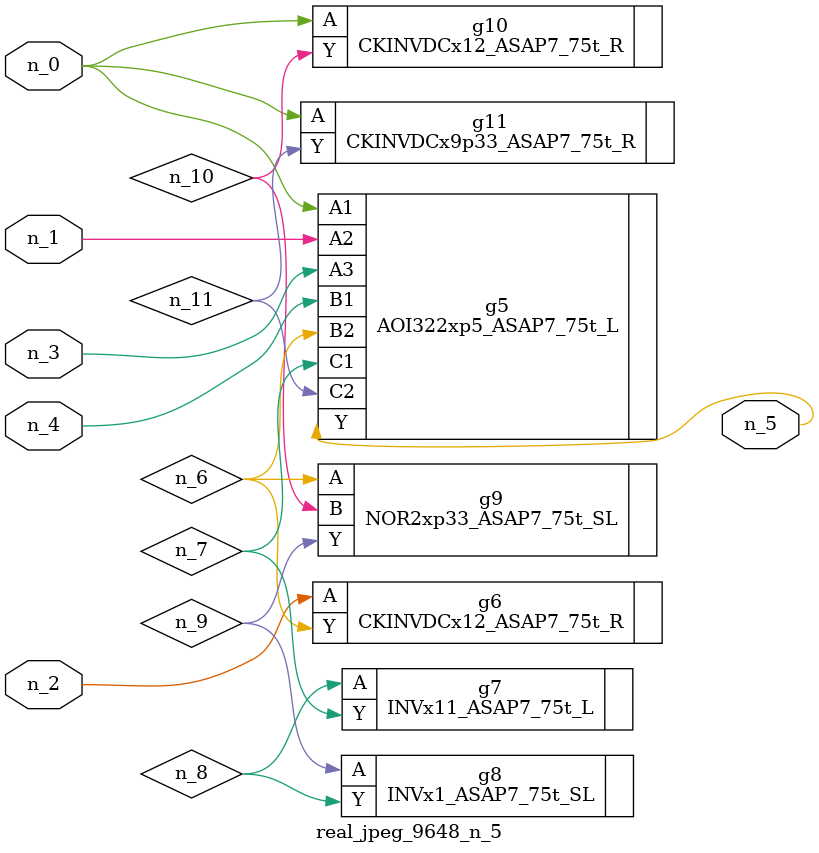
<source format=v>
module real_jpeg_9648_n_5 (n_4, n_0, n_1, n_2, n_3, n_5);

input n_4;
input n_0;
input n_1;
input n_2;
input n_3;

output n_5;

wire n_8;
wire n_11;
wire n_6;
wire n_7;
wire n_10;
wire n_9;

AOI322xp5_ASAP7_75t_L g5 ( 
.A1(n_0),
.A2(n_1),
.A3(n_3),
.B1(n_4),
.B2(n_6),
.C1(n_7),
.C2(n_11),
.Y(n_5)
);

CKINVDCx12_ASAP7_75t_R g10 ( 
.A(n_0),
.Y(n_10)
);

CKINVDCx9p33_ASAP7_75t_R g11 ( 
.A(n_0),
.Y(n_11)
);

CKINVDCx12_ASAP7_75t_R g6 ( 
.A(n_2),
.Y(n_6)
);

NOR2xp33_ASAP7_75t_SL g9 ( 
.A(n_6),
.B(n_10),
.Y(n_9)
);

INVx11_ASAP7_75t_L g7 ( 
.A(n_8),
.Y(n_7)
);

INVx1_ASAP7_75t_SL g8 ( 
.A(n_9),
.Y(n_8)
);


endmodule
</source>
